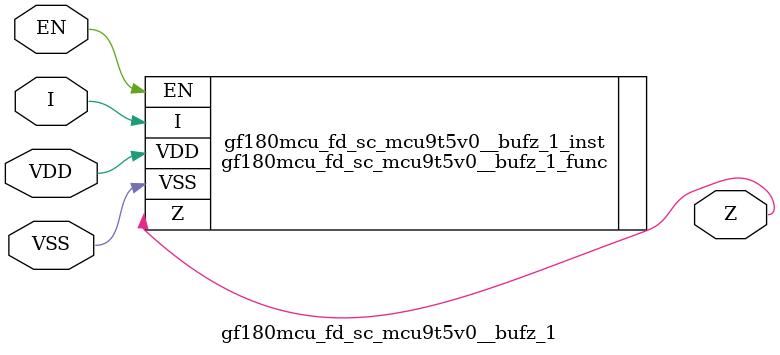
<source format=v>

module gf180mcu_fd_sc_mcu9t5v0__bufz_1( EN, I, Z, VDD, VSS );
input EN, I;
inout VDD, VSS;
output Z;

   `ifdef FUNCTIONAL  //  functional //

	gf180mcu_fd_sc_mcu9t5v0__bufz_1_func gf180mcu_fd_sc_mcu9t5v0__bufz_1_behav_inst(.EN(EN),.I(I),.Z(Z),.VDD(VDD),.VSS(VSS));

   `else

	gf180mcu_fd_sc_mcu9t5v0__bufz_1_func gf180mcu_fd_sc_mcu9t5v0__bufz_1_inst(.EN(EN),.I(I),.Z(Z),.VDD(VDD),.VSS(VSS));

	// spec_gates_begin


	// spec_gates_end



   specify

	// specify_block_begin

	// comb arc EN --> Z
	 (EN => Z) = (1.0,1.0);

	// comb arc I --> Z
	 (I => Z) = (1.0,1.0);

	// specify_block_end

   endspecify

   `endif

endmodule

</source>
